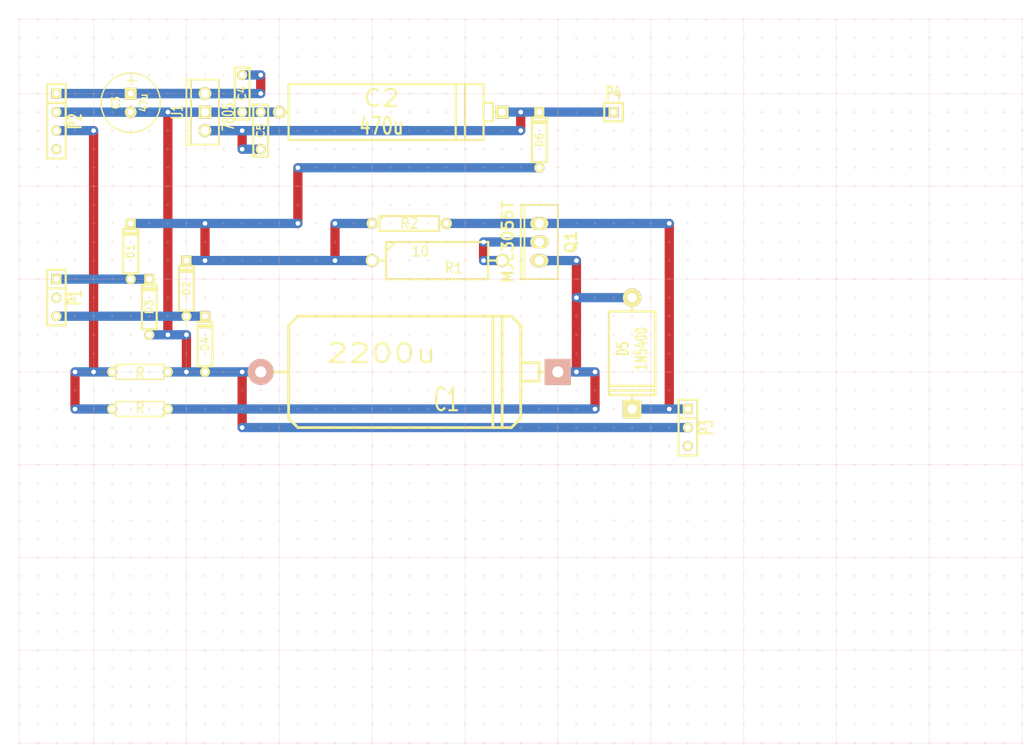
<source format=kicad_pcb>
(kicad_pcb (version 3) (host pcbnew "(2013-mar-13)-testing")
  (layers (15 F.Cu signal) (0 B.Cu signal hide) (18 B.Paste user) (19 F.Paste user) (20 B.SilkS user) (21 F.SilkS user) (22 B.Mask user) (23 F.Mask user) (28 Edge.Cuts user hide))
  (net 0 "")
  (net 1 /COILPULSE)
  (net 2 /COILV)
  (net 3 /LEDPWR)
  (net 4 /VCC)
  (net 5 GND)
  (net 6 N-000001)
  (net 7 N-0000011)
  (net 8 N-0000012)
  (net 9 N-000002)
  (net 10 N-000003)
  (net 11 N-000004)
  (net 12 N-000005)
  (net 13 N-000007)
  (module R7 (layer F.Cu) (at 148.59 101.6)
    (fp_text reference R1 (at 2.286 1.016) (layer F.SilkS) (effects (font (size 1.397 1.27) (thickness 0.2032))))
    (fp_text value 10 (at -2.286 -1.27) (layer F.SilkS) (effects (font (size 1.397 1.27) (thickness 0.2032))))
    (pad 1 thru_hole circle (at -8.89 0) (size 1.778 1.778) (drill 1.27) (layers *.Cu *.Mask F.SilkS) (net 9 N-000002))
    (pad 2 thru_hole circle (at 8.89 0) (size 1.778 1.778) (drill 1.27) (layers *.Cu *.Mask F.SilkS) (net 6 N-000001))
  )
  (module R4 (layer F.Cu) (at 144.78 96.52)
    (fp_text reference R2 (at 0 0) (layer F.SilkS) (effects (font (size 1.397 1.27) (thickness 0.2032))))
    (fp_text value 2.2k hide)
    (pad 1 thru_hole circle (at -5.08 0) (size 1.524 1.524) (drill 0.8128) (layers *.Cu *.Mask F.SilkS) (net 9 N-000002))
    (pad 2 thru_hole circle (at 5.08 0) (size 1.524 1.524) (drill 0.8128) (layers *.Cu *.Mask F.SilkS) (net 1 /COILPULSE))
  )
  (module R3 (layer F.Cu) (at 107.95 121.92 180)
    (fp_text reference R3 hide)
    (fp_text value R (at 0 0.127 180) (layer F.SilkS) (effects (font (size 1.397 1.27) (thickness 0.2032))))
    (pad 1 thru_hole circle (at -3.81 0 180) (size 1.397 1.397) (drill 0.8128) (layers *.Cu *.Mask F.SilkS) (net 7 N-0000011))
    (pad 2 thru_hole circle (at 3.81 0 180) (size 1.397 1.397) (drill 0.8128) (layers *.Cu *.Mask F.SilkS) (net 2 /COILV))
  )
  (module R3 (layer F.Cu) (at 107.95 116.84)
    (fp_text reference R4 hide)
    (fp_text value R (at 0 0.127) (layer F.SilkS) (effects (font (size 1.397 1.27) (thickness 0.2032))))
    (pad 1 thru_hole circle (at -3.81 0) (size 1.397 1.397) (drill 0.8128) (layers *.Cu *.Mask F.SilkS) (net 2 /COILV))
    (pad 2 thru_hole circle (at 3.81 0) (size 1.397 1.397) (drill 0.8128) (layers *.Cu *.Mask F.SilkS) (net 5 GND))
  )
  (module LM78XXV (layer F.Cu) (at 116.84 81.28 180)
    (fp_text reference U1 (at 3.81 0 270) (layer F.SilkS) (effects (font (size 1.524 1.016) (thickness 0.2032))))
    (fp_text value 7805 (at -3.175 -0.635 270) (layer F.SilkS) (effects (font (size 1.524 1.016) (thickness 0.2032))))
    (pad VI thru_hole circle (at 0 -2.54 180) (size 1.778 1.778) (drill 1.143) (layers *.Cu *.Mask F.SilkS) (net 3 /LEDPWR))
    (pad GND thru_hole rect (at 0 0 180) (size 1.778 1.778) (drill 1.143) (layers *.Cu *.Mask F.SilkS) (net 5 GND))
    (pad VO thru_hole circle (at 0 2.54 180) (size 1.778 1.778) (drill 1.143) (layers *.Cu *.Mask F.SilkS) (net 4 /VCC))
  )
  (module CP12 (layer F.Cu) (at 142.24 81.28 180)
    (fp_text reference C2 (at 1.27 1.905 180) (layer F.SilkS) (effects (font (size 2.286 2.54) (thickness 0.3048))))
    (fp_text value 470u (at 1.27 -1.905 180) (layer F.SilkS) (effects (font (size 2.286 1.6002) (thickness 0.3048))))
    (pad 1 thru_hole rect (at -15.24 0 180) (size 1.778 1.778) (drill 1.016) (layers *.Cu *.Mask F.SilkS) (net 3 /LEDPWR))
    (pad 2 thru_hole circle (at 15.24 0 180) (size 1.778 1.778) (drill 1.016) (layers *.Cu *.Mask F.SilkS) (net 5 GND))
  )
  (module D3 (layer F.Cu) (at 106.68 100.33 90)
    (fp_text reference D1 (at 0 0 90) (layer F.SilkS) (effects (font (size 1.016 1.016) (thickness 0.2032))))
    (fp_text value 1N4002 hide)
    (pad 2 thru_hole rect (at 3.81 0 90) (size 1.397 1.397) (drill 0.8128) (layers *.Cu *.Mask F.SilkS) (net 9 N-000002))
    (pad 1 thru_hole circle (at -3.81 0 90) (size 1.397 1.397) (drill 0.8128) (layers *.Cu *.Mask F.SilkS) (net 11 N-000004))
  )
  (module D3 (layer F.Cu) (at 114.3 105.41 90)
    (fp_text reference D2 (at 0 0 90) (layer F.SilkS) (effects (font (size 1.016 1.016) (thickness 0.2032))))
    (fp_text value 1N4002 hide)
    (pad 2 thru_hole rect (at 3.81 0 90) (size 1.397 1.397) (drill 0.8128) (layers *.Cu *.Mask F.SilkS) (net 9 N-000002))
    (pad 1 thru_hole circle (at -3.81 0 90) (size 1.397 1.397) (drill 0.8128) (layers *.Cu *.Mask F.SilkS) (net 10 N-000003))
  )
  (module D3 (layer F.Cu) (at 109.22 107.95 90)
    (fp_text reference D3 (at 0 0 90) (layer F.SilkS) (effects (font (size 1.016 1.016) (thickness 0.2032))))
    (fp_text value 1N4002 hide)
    (pad 2 thru_hole rect (at 3.81 0 90) (size 1.397 1.397) (drill 0.8128) (layers *.Cu *.Mask F.SilkS) (net 11 N-000004))
    (pad 1 thru_hole circle (at -3.81 0 90) (size 1.397 1.397) (drill 0.8128) (layers *.Cu *.Mask F.SilkS) (net 5 GND))
  )
  (module D3 (layer F.Cu) (at 116.84 113.03 90)
    (fp_text reference D4 (at 0 0 90) (layer F.SilkS) (effects (font (size 1.016 1.016) (thickness 0.2032))))
    (fp_text value 1N4002 hide)
    (pad 2 thru_hole rect (at 3.81 0 90) (size 1.397 1.397) (drill 0.8128) (layers *.Cu *.Mask F.SilkS) (net 10 N-000003))
    (pad 1 thru_hole circle (at -3.81 0 90) (size 1.397 1.397) (drill 0.8128) (layers *.Cu *.Mask F.SilkS) (net 5 GND))
  )
  (module D3 (layer F.Cu) (at 162.56 85.09 90)
    (fp_text reference D6 (at 0 0 90) (layer F.SilkS) (effects (font (size 1.016 1.016) (thickness 0.2032))))
    (fp_text value 1N4002 hide)
    (pad 2 thru_hole rect (at 3.81 0 90) (size 1.397 1.397) (drill 0.8128) (layers *.Cu *.Mask F.SilkS) (net 3 /LEDPWR))
    (pad 1 thru_hole circle (at -3.81 0 90) (size 1.397 1.397) (drill 0.8128) (layers *.Cu *.Mask F.SilkS) (net 9 N-000002))
  )
  (module D6 (layer F.Cu) (at 175.26 114.3 270)
    (fp_text reference D5 (at -0.635 1.27 270) (layer F.SilkS) (effects (font (size 1.524 1.016) (thickness 0.3048))))
    (fp_text value 1N5400 (at -0.635 -1.27 270) (layer F.SilkS) (effects (font (size 1.524 1.016) (thickness 0.3048))))
    (pad 1 thru_hole circle (at -7.62 0 270) (size 2.54 2.54) (drill 1.27) (layers *.Cu *.Mask F.SilkS) (net 7 N-0000011))
    (pad 2 thru_hole rect (at 7.62 0 270) (size 2.54 2.54) (drill 1.27) (layers *.Cu *.Mask F.SilkS) (net 1 /COILPULSE))
  )
  (module CP16 (layer F.Cu) (at 144.78 116.84 180)
    (fp_text reference C1 (at -5.08 -3.81 180) (layer F.SilkS) (effects (font (size 3.13944 1.81864) (thickness 0.3048))))
    (fp_text value 2200u (at 3.81 2.54 180) (layer F.SilkS) (effects (font (size 2.5527 3.2004) (thickness 0.3048))))
    (pad 1 thru_hole rect (at -20.32 0 180) (size 3.556 3.556) (drill 1.524) (layers *.Cu *.SilkS *.Mask) (net 7 N-0000011))
    (pad 2 thru_hole circle (at 20.32 0 180) (size 3.556 3.556) (drill 1.524) (layers *.Cu *.SilkS *.Mask) (net 5 GND))
  )
  (module SIL-3 (layer F.Cu) (at 96.52 106.68 270)
    (fp_text reference P1 (at 0 -2.54 270) (layer F.SilkS) (effects (font (size 1.7907 1.07696) (thickness 0.3048))))
    (fp_text value 15VAC hide)
    (pad 1 thru_hole rect (at -2.54 0 270) (size 1.397 1.397) (drill 0.8128) (layers *.Cu *.Mask F.SilkS) (net 11 N-000004))
    (pad 2 thru_hole circle (at 0 0 270) (size 1.397 1.397) (drill 0.8128) (layers *.Cu *.Mask F.SilkS) (net 8 N-0000012))
    (pad 3 thru_hole circle (at 2.54 0 270) (size 1.397 1.397) (drill 0.8128) (layers *.Cu *.Mask F.SilkS) (net 10 N-000003))
  )
  (module C2 (layer F.Cu) (at 121.92 78.74 270)
    (fp_text reference C4 (at 0 0 270) (layer F.SilkS) (effects (font (size 1.016 1.016) (thickness 0.2032))))
    (fp_text value .1u hide)
    (pad 1 thru_hole circle (at -2.54 0 270) (size 1.397 1.397) (drill 0.8128) (layers *.Cu *.Mask F.SilkS) (net 4 /VCC))
    (pad 2 thru_hole circle (at 2.54 0 270) (size 1.397 1.397) (drill 0.8128) (layers *.Cu *.Mask F.SilkS) (net 5 GND))
  )
  (module C1V8 (layer F.Cu) (at 106.68 80.01 270)
    (fp_text reference C3 (at 0 2.032 270) (layer F.SilkS) (effects (font (size 1.016 0.889) (thickness 0.2032))))
    (fp_text value 47u (at 0 -1.77546 270) (layer F.SilkS) (effects (font (size 1.016 0.889) (thickness 0.2032))))
    (fp_text user + (at -3.04546 0 270) (layer F.SilkS) (effects (font (thickness 0.2032))))
    (pad 1 thru_hole rect (at -1.27 0 270) (size 1.651 1.651) (drill 0.8128) (layers *.Cu *.Mask F.SilkS) (net 4 /VCC))
    (pad 2 thru_hole circle (at 1.27 0 270) (size 1.651 1.651) (drill 0.8128) (layers *.Cu *.Mask F.SilkS) (net 5 GND))
  )
  (module SIL-3 (layer F.Cu) (at 182.88 124.46 270)
    (fp_text reference P3 (at 0 -2.54 270) (layer F.SilkS) (effects (font (size 1.7907 1.07696) (thickness 0.3048))))
    (fp_text value SWPWR hide)
    (pad 1 thru_hole rect (at -2.54 0 270) (size 1.397 1.397) (drill 0.8128) (layers *.Cu *.Mask F.SilkS) (net 1 /COILPULSE))
    (pad 2 thru_hole circle (at 0 0 270) (size 1.397 1.397) (drill 0.8128) (layers *.Cu *.Mask F.SilkS) (net 5 GND))
    (pad 3 thru_hole circle (at 2.54 0 270) (size 1.397 1.397) (drill 0.8128) (layers *.Cu *.Mask F.SilkS) (net 12 N-000005))
  )
  (module SIL-1 (layer F.Cu) (at 172.72 81.28)
    (fp_text reference P4 (at 0 -2.54) (layer F.SilkS) (effects (font (size 1.72974 1.08712) (thickness 0.27178))))
    (fp_text value LEDPWR hide)
    (pad 1 thru_hole rect (at 0 0) (size 1.397 1.397) (drill 0.8128) (layers *.Cu *.Mask F.SilkS) (net 3 /LEDPWR))
  )
  (module SIL-4 (layer F.Cu) (at 96.52 82.55 270)
    (fp_text reference P2 (at 0 -2.54 270) (layer F.SilkS) (effects (font (size 1.73482 1.08712) (thickness 0.3048))))
    (fp_text value PWR hide)
    (pad 1 thru_hole rect (at -3.81 0 270) (size 1.397 1.397) (drill 0.8128) (layers *.Cu *.Mask F.SilkS) (net 4 /VCC))
    (pad 2 thru_hole circle (at -1.27 0 270) (size 1.397 1.397) (drill 0.8128) (layers *.Cu *.Mask F.SilkS) (net 5 GND))
    (pad 3 thru_hole circle (at 1.27 0 270) (size 1.397 1.397) (drill 0.8128) (layers *.Cu *.Mask F.SilkS) (net 2 /COILV))
    (pad 4 thru_hole circle (at 3.81 0 270) (size 1.397 1.397) (drill 0.8128) (layers *.Cu *.Mask F.SilkS) (net 13 N-000007))
  )
  (module to220_std (layer F.Cu) (at 162.56 99.06 90)
    (fp_text reference Q1 (at 0 4.318 90) (layer F.SilkS) (effects (font (thickness 0.3048))))
    (fp_text value MJE3055T (at 0 -4.318 90) (layer F.SilkS) (effects (font (thickness 0.3048))))
    (pad 1 thru_hole oval (at 2.54 0 90) (size 1.74498 2.49936) (drill 1.24968) (layers *.Cu *.Mask F.SilkS) (net 1 /COILPULSE))
    (pad 2 thru_hole oval (at 0 0 90) (size 1.74498 2.49936) (drill 1.24968) (layers *.Cu *.Mask F.SilkS) (net 6 N-000001))
    (pad 3 thru_hole oval (at -2.54 0 90) (size 1.74498 2.49936) (drill 1.24968) (layers *.Cu *.Mask F.SilkS) (net 7 N-0000011))
  )
  (module C2 (layer F.Cu) (at 124.46 83.82 90)
    (fp_text reference C5 (at 0 0 90) (layer F.SilkS) (effects (font (size 1.016 1.016) (thickness 0.2032))))
    (fp_text value .33u hide)
    (pad 1 thru_hole circle (at -2.54 0 90) (size 1.397 1.397) (drill 0.8128) (layers *.Cu *.Mask F.SilkS) (net 3 /LEDPWR))
    (pad 2 thru_hole circle (at 2.54 0 90) (size 1.397 1.397) (drill 0.8128) (layers *.Cu *.Mask F.SilkS) (net 5 GND))
  )
  (module board2 (layer F.Cu) (at 91.44 167.64 90)
    (fp_text reference Ref** (at 2.54 -3.81 90) (layer F.SilkS))
    (fp_text value Val** (at 10.16 -3.81 90) (layer F.SilkS))
  )
  (via (at 180.34 121.92) (size 0.889) (layers F.Cu B.Cu) (net 1))
  (via (at 180.34 96.52) (size 0.889) (layers F.Cu B.Cu) (net 1))
  (segment (start 180.34 121.92) (end 180.34 96.52) (width 1.27) (layer F.Cu) (net 1))
  (segment (start 175.26 121.92) (end 180.34 121.92) (width 1.27) (layer B.Cu) (net 1))
  (segment (start 180.34 121.92) (end 182.88 121.92) (width 1.27) (layer B.Cu) (net 1))
  (segment (start 163.83 96.52) (end 180.34 96.52) (width 1.27) (layer B.Cu) (net 1))
  (segment (start 149.86 96.52) (end 163.83 96.52) (width 1.27) (layer B.Cu) (net 1))
  (segment (start 101.6 116.84) (end 101.6 83.82) (width 1.27) (layer F.Cu) (net 2))
  (via (at 101.6 116.84) (size 0.889) (layers F.Cu B.Cu) (net 2))
  (segment (start 101.6 83.82) (end 96.52 83.82) (width 1.27) (layer B.Cu) (net 2))
  (via (at 101.6 83.82) (size 0.889) (layers F.Cu B.Cu) (net 2))
  (segment (start 104.14 116.84) (end 101.6 116.84) (width 1.27) (layer B.Cu) (net 2))
  (segment (start 101.6 116.84) (end 99.06 116.84) (width 1.27) (layer B.Cu) (net 2))
  (segment (start 99.06 121.92) (end 104.14 121.92) (width 1.27) (layer B.Cu) (net 2))
  (via (at 99.06 121.92) (size 0.889) (layers F.Cu B.Cu) (net 2))
  (segment (start 99.06 116.84) (end 99.06 121.92) (width 1.27) (layer F.Cu) (net 2))
  (via (at 99.06 116.84) (size 0.889) (layers F.Cu B.Cu) (net 2))
  (via (at 121.92 83.82) (size 0.889) (layers F.Cu B.Cu) (net 3))
  (segment (start 121.92 86.36) (end 121.92 83.82) (width 1.27) (layer F.Cu) (net 3))
  (segment (start 162.56 81.28) (end 172.72 81.28) (width 1.27) (layer B.Cu) (net 3))
  (segment (start 162.56 81.28) (end 160.02 81.28) (width 1.27) (layer B.Cu) (net 3))
  (segment (start 116.84 83.82) (end 121.92 83.82) (width 1.27) (layer B.Cu) (net 3))
  (segment (start 121.92 83.82) (end 160.02 83.82) (width 1.27) (layer B.Cu) (net 3))
  (via (at 160.02 81.28) (size 0.889) (layers F.Cu B.Cu) (net 3))
  (segment (start 160.02 81.28) (end 157.48 81.28) (width 1.27) (layer B.Cu) (net 3))
  (segment (start 160.02 83.82) (end 160.02 81.28) (width 1.27) (layer F.Cu) (net 3))
  (via (at 160.02 83.82) (size 0.889) (layers F.Cu B.Cu) (net 3))
  (segment (start 116.84 83.82) (end 144.78 83.82) (width 1.27) (layer B.Cu) (net 3))
  (segment (start 124.46 86.36) (end 121.92 86.36) (width 1.27) (layer B.Cu) (net 3))
  (via (at 121.92 86.36) (size 0.889) (layers F.Cu B.Cu) (net 3))
  (segment (start 124.46 78.74) (end 124.46 76.2) (width 1.27) (layer F.Cu) (net 4))
  (segment (start 116.84 78.74) (end 124.46 78.74) (width 1.27) (layer B.Cu) (net 4))
  (segment (start 124.46 76.2) (end 121.92 76.2) (width 1.27) (layer B.Cu) (net 4))
  (via (at 124.46 76.2) (size 0.889) (layers F.Cu B.Cu) (net 4))
  (via (at 124.46 78.74) (size 0.889) (layers F.Cu B.Cu) (net 4))
  (segment (start 96.52 78.74) (end 121.92 78.74) (width 1.27) (layer B.Cu) (net 4))
  (segment (start 121.92 78.74) (end 106.68 78.74) (width 1.27) (layer B.Cu) (net 4))
  (segment (start 106.68 78.74) (end 116.84 78.74) (width 1.27) (layer B.Cu) (net 4))
  (segment (start 182.88 124.46) (end 177.8 124.46) (width 1.27) (layer B.Cu) (net 5))
  (segment (start 121.92 124.46) (end 121.92 116.84) (width 1.27) (layer F.Cu) (net 5))
  (via (at 121.92 124.46) (size 0.889) (layers F.Cu B.Cu) (net 5))
  (segment (start 121.92 124.46) (end 177.8 124.46) (width 1.27) (layer B.Cu) (net 5))
  (via (at 121.92 116.84) (size 0.889) (layers F.Cu B.Cu) (net 5))
  (segment (start 121.92 116.84) (end 124.46 116.84) (width 1.27) (layer B.Cu) (net 5))
  (segment (start 121.92 116.84) (end 121.92 116.84) (width 1.27) (layer B.Cu) (net 5))
  (via (at 116.84 116.84) (size 0.889) (layers F.Cu B.Cu) (net 5))
  (via (at 111.76 111.76) (size 0.889) (layers F.Cu B.Cu) (net 5))
  (via (at 111.76 81.28) (size 0.889) (layers F.Cu B.Cu) (net 5))
  (segment (start 111.76 111.76) (end 111.76 81.28) (width 1.27) (layer F.Cu) (net 5))
  (segment (start 116.84 81.28) (end 121.92 81.28) (width 1.27) (layer B.Cu) (net 5))
  (segment (start 121.92 81.28) (end 127 81.28) (width 1.27) (layer B.Cu) (net 5))
  (segment (start 124.46 81.28) (end 121.92 81.28) (width 1.27) (layer B.Cu) (net 5))
  (segment (start 121.92 81.28) (end 111.76 81.28) (width 1.27) (layer B.Cu) (net 5))
  (segment (start 111.76 81.28) (end 96.52 81.28) (width 1.27) (layer B.Cu) (net 5))
  (segment (start 116.84 81.28) (end 106.68 81.28) (width 1.27) (layer B.Cu) (net 5))
  (segment (start 106.68 81.28) (end 124.46 81.28) (width 1.27) (layer B.Cu) (net 5))
  (segment (start 96.52 81.28) (end 121.92 81.28) (width 1.27) (layer B.Cu) (net 5))
  (segment (start 121.92 81.28) (end 121.92 81.28) (width 1.27) (layer B.Cu) (net 5))
  (segment (start 114.3 116.84) (end 111.76 116.84) (width 1.27) (layer B.Cu) (net 5))
  (segment (start 109.22 111.76) (end 111.76 111.76) (width 1.27) (layer B.Cu) (net 5))
  (segment (start 111.76 111.76) (end 114.3 111.76) (width 1.27) (layer B.Cu) (net 5))
  (segment (start 114.3 116.84) (end 116.84 116.84) (width 1.27) (layer B.Cu) (net 5))
  (segment (start 116.84 116.84) (end 116.84 116.84) (width 1.27) (layer B.Cu) (net 5))
  (via (at 114.3 116.84) (size 0.889) (layers F.Cu B.Cu) (net 5))
  (segment (start 114.3 111.76) (end 114.3 116.84) (width 1.27) (layer F.Cu) (net 5))
  (via (at 114.3 111.76) (size 0.889) (layers F.Cu B.Cu) (net 5))
  (segment (start 116.84 116.84) (end 121.92 116.84) (width 1.27) (layer B.Cu) (net 5))
  (segment (start 121.92 116.84) (end 116.84 116.84) (width 1.27) (layer B.Cu) (net 5))
  (segment (start 157.48 101.6) (end 154.94 101.6) (width 1.27) (layer B.Cu) (net 6))
  (segment (start 154.94 99.06) (end 162.56 99.06) (width 1.27) (layer B.Cu) (net 6))
  (via (at 154.94 99.06) (size 0.889) (layers F.Cu B.Cu) (net 6))
  (segment (start 154.94 101.6) (end 154.94 99.06) (width 1.27) (layer F.Cu) (net 6))
  (via (at 154.94 101.6) (size 0.889) (layers F.Cu B.Cu) (net 6))
  (segment (start 162.56 101.6) (end 163.83 101.6) (width 1.27) (layer B.Cu) (net 7))
  (segment (start 167.64 101.6) (end 167.64 106.68) (width 1.27) (layer F.Cu) (net 7))
  (segment (start 163.83 101.6) (end 167.64 101.6) (width 1.27) (layer B.Cu) (net 7))
  (via (at 167.64 101.6) (size 0.889) (layers F.Cu B.Cu) (net 7))
  (segment (start 165.1 116.84) (end 167.64 116.84) (width 1.27) (layer B.Cu) (net 7))
  (segment (start 167.64 116.84) (end 170.18 116.84) (width 1.27) (layer B.Cu) (net 7))
  (via (at 167.64 106.68) (size 0.889) (layers F.Cu B.Cu) (net 7))
  (segment (start 175.26 106.68) (end 167.64 106.68) (width 1.27) (layer B.Cu) (net 7))
  (via (at 167.64 116.84) (size 0.889) (layers F.Cu B.Cu) (net 7))
  (segment (start 167.64 106.68) (end 167.64 116.84) (width 1.27) (layer F.Cu) (net 7))
  (segment (start 111.76 121.92) (end 170.18 121.92) (width 1.27) (layer B.Cu) (net 7))
  (via (at 170.18 116.84) (size 0.889) (layers F.Cu B.Cu) (net 7))
  (segment (start 170.18 121.92) (end 170.18 116.84) (width 1.27) (layer F.Cu) (net 7))
  (via (at 170.18 121.92) (size 0.889) (layers F.Cu B.Cu) (net 7))
  (segment (start 139.7 96.52) (end 134.62 96.52) (width 1.27) (layer B.Cu) (net 9))
  (via (at 134.62 101.6) (size 0.889) (layers F.Cu B.Cu) (net 9))
  (segment (start 134.62 96.52) (end 134.62 101.6) (width 1.27) (layer F.Cu) (net 9))
  (via (at 134.62 96.52) (size 0.889) (layers F.Cu B.Cu) (net 9))
  (segment (start 139.7 101.6) (end 134.62 101.6) (width 1.27) (layer B.Cu) (net 9))
  (segment (start 134.62 101.6) (end 116.84 101.6) (width 1.27) (layer B.Cu) (net 9))
  (segment (start 116.84 96.52) (end 129.54 96.52) (width 1.27) (layer B.Cu) (net 9))
  (segment (start 106.68 96.52) (end 116.84 96.52) (width 1.27) (layer B.Cu) (net 9))
  (segment (start 116.84 101.6) (end 116.84 96.52) (width 1.27) (layer F.Cu) (net 9))
  (segment (start 116.84 101.6) (end 114.3 101.6) (width 1.27) (layer B.Cu) (net 9))
  (via (at 116.84 96.52) (size 0.889) (layers F.Cu B.Cu) (net 9))
  (via (at 116.84 101.6) (size 0.889) (layers F.Cu B.Cu) (net 9))
  (segment (start 129.54 96.52) (end 129.54 96.52) (width 1.27) (layer B.Cu) (net 9))
  (via (at 129.54 96.52) (size 0.889) (layers F.Cu B.Cu) (net 9))
  (segment (start 129.54 88.9) (end 129.54 96.52) (width 1.27) (layer F.Cu) (net 9))
  (via (at 129.54 88.9) (size 0.889) (layers F.Cu B.Cu) (net 9))
  (segment (start 162.56 88.9) (end 129.54 88.9) (width 1.27) (layer B.Cu) (net 9))
  (segment (start 96.52 109.22) (end 114.3 109.22) (width 1.27) (layer B.Cu) (net 10))
  (segment (start 114.3 109.22) (end 116.84 109.22) (width 1.27) (layer B.Cu) (net 10))
  (segment (start 96.52 104.14) (end 106.68 104.14) (width 1.27) (layer B.Cu) (net 11))
  (segment (start 106.68 104.14) (end 109.22 104.14) (width 1.27) (layer B.Cu) (net 11))
)
</source>
